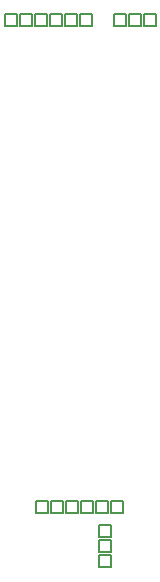
<source format=gbr>
%TF.GenerationSoftware,Altium Limited,Altium Designer,21.2.2 (38)*%
G04 Layer_Color=2752767*
%FSLAX45Y45*%
%MOMM*%
%TF.SameCoordinates,97337FA2-2587-4777-A85E-210607466B5F*%
%TF.FilePolarity,Positive*%
%TF.FileFunction,Drawing*%
%TF.Part,Single*%
G01*
G75*
%TA.AperFunction,NonConductor*%
%ADD21C,0.12700*%
D21*
X1476200Y4824200D02*
Y4925800D01*
X1577800D01*
Y4824200D01*
X1476200D01*
X1222200D02*
Y4925800D01*
X1323800D01*
Y4824200D01*
X1222200D01*
X1349200D02*
Y4925800D01*
X1450800D01*
Y4824200D01*
X1349200D01*
X424200D02*
Y4925800D01*
X525800D01*
Y4824200D01*
X424200D01*
X297200D02*
Y4925800D01*
X398800D01*
Y4824200D01*
X297200D01*
X678200D02*
Y4925800D01*
X779800D01*
Y4824200D01*
X678200D01*
X551200D02*
Y4925800D01*
X652800D01*
Y4824200D01*
X551200D01*
X932200D02*
Y4925800D01*
X1033800D01*
Y4824200D01*
X932200D01*
X805200D02*
Y4925800D01*
X906800D01*
Y4824200D01*
X805200D01*
X691200Y699200D02*
Y800800D01*
X792800D01*
Y699200D01*
X691200D01*
X564200D02*
Y800800D01*
X665800D01*
Y699200D01*
X564200D01*
X945200D02*
Y800800D01*
X1046800D01*
Y699200D01*
X945200D01*
X818200D02*
Y800800D01*
X919800D01*
Y699200D01*
X818200D01*
X1199200D02*
Y800800D01*
X1300800D01*
Y699200D01*
X1199200D01*
X1072200D02*
Y800800D01*
X1173800D01*
Y699200D01*
X1072200D01*
X1098200Y242200D02*
Y343800D01*
X1199800D01*
Y242200D01*
X1098200D01*
Y496200D02*
Y597800D01*
X1199800D01*
Y496200D01*
X1098200D01*
Y369200D02*
Y470800D01*
X1199800D01*
Y369200D01*
X1098200D01*
%TF.MD5,2bd919cb73295969b1be130f8fb9ac3f*%
M02*

</source>
